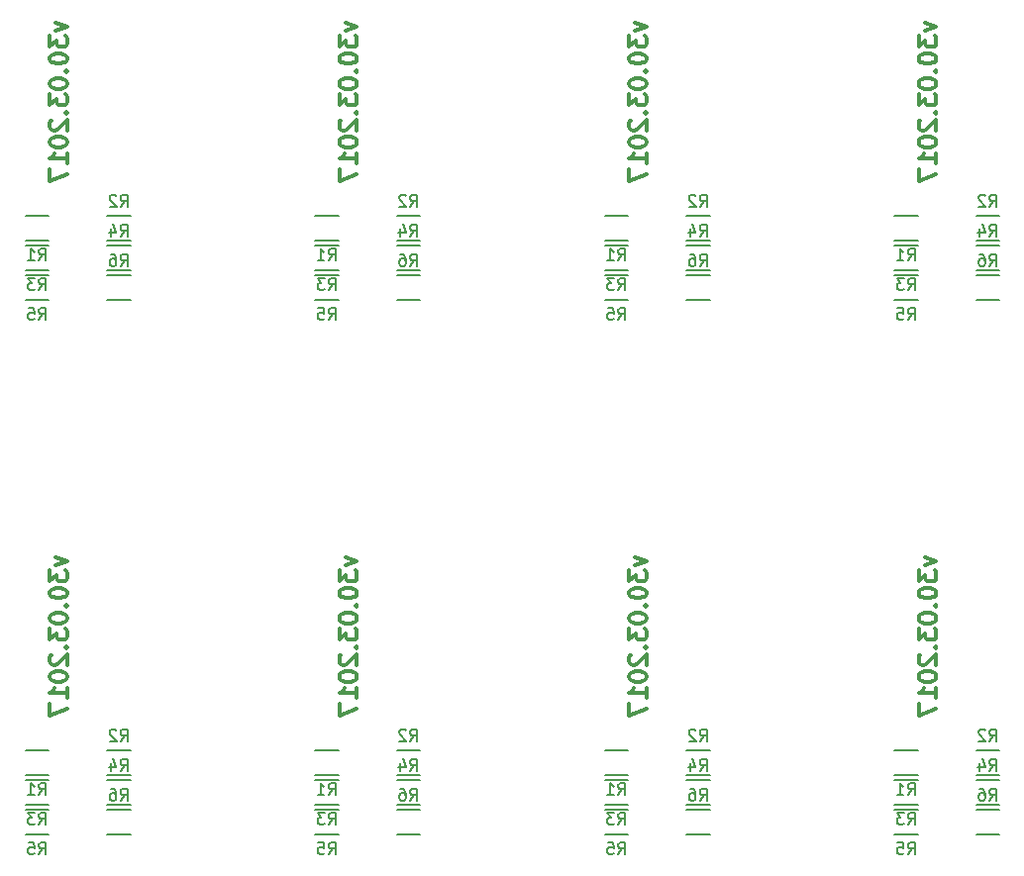
<source format=gbo>
G04 #@! TF.FileFunction,Legend,Bot*
%FSLAX46Y46*%
G04 Gerber Fmt 4.6, Leading zero omitted, Abs format (unit mm)*
G04 Created by KiCad (PCBNEW 4.0.5+dfsg1-4) date Thu Mar 30 08:58:49 2017*
%MOMM*%
%LPD*%
G01*
G04 APERTURE LIST*
%ADD10C,0.100000*%
%ADD11C,0.300000*%
%ADD12C,0.150000*%
G04 APERTURE END LIST*
D10*
D11*
X179383571Y-84654288D02*
X180383571Y-85011431D01*
X179383571Y-85368573D01*
X178883571Y-85797145D02*
X178883571Y-86725716D01*
X179455000Y-86225716D01*
X179455000Y-86440002D01*
X179526429Y-86582859D01*
X179597857Y-86654288D01*
X179740714Y-86725716D01*
X180097857Y-86725716D01*
X180240714Y-86654288D01*
X180312143Y-86582859D01*
X180383571Y-86440002D01*
X180383571Y-86011430D01*
X180312143Y-85868573D01*
X180240714Y-85797145D01*
X178883571Y-87654287D02*
X178883571Y-87797144D01*
X178955000Y-87940001D01*
X179026429Y-88011430D01*
X179169286Y-88082859D01*
X179455000Y-88154287D01*
X179812143Y-88154287D01*
X180097857Y-88082859D01*
X180240714Y-88011430D01*
X180312143Y-87940001D01*
X180383571Y-87797144D01*
X180383571Y-87654287D01*
X180312143Y-87511430D01*
X180240714Y-87440001D01*
X180097857Y-87368573D01*
X179812143Y-87297144D01*
X179455000Y-87297144D01*
X179169286Y-87368573D01*
X179026429Y-87440001D01*
X178955000Y-87511430D01*
X178883571Y-87654287D01*
X180240714Y-88797144D02*
X180312143Y-88868572D01*
X180383571Y-88797144D01*
X180312143Y-88725715D01*
X180240714Y-88797144D01*
X180383571Y-88797144D01*
X178883571Y-89797144D02*
X178883571Y-89940001D01*
X178955000Y-90082858D01*
X179026429Y-90154287D01*
X179169286Y-90225716D01*
X179455000Y-90297144D01*
X179812143Y-90297144D01*
X180097857Y-90225716D01*
X180240714Y-90154287D01*
X180312143Y-90082858D01*
X180383571Y-89940001D01*
X180383571Y-89797144D01*
X180312143Y-89654287D01*
X180240714Y-89582858D01*
X180097857Y-89511430D01*
X179812143Y-89440001D01*
X179455000Y-89440001D01*
X179169286Y-89511430D01*
X179026429Y-89582858D01*
X178955000Y-89654287D01*
X178883571Y-89797144D01*
X178883571Y-90797144D02*
X178883571Y-91725715D01*
X179455000Y-91225715D01*
X179455000Y-91440001D01*
X179526429Y-91582858D01*
X179597857Y-91654287D01*
X179740714Y-91725715D01*
X180097857Y-91725715D01*
X180240714Y-91654287D01*
X180312143Y-91582858D01*
X180383571Y-91440001D01*
X180383571Y-91011429D01*
X180312143Y-90868572D01*
X180240714Y-90797144D01*
X180240714Y-92368572D02*
X180312143Y-92440000D01*
X180383571Y-92368572D01*
X180312143Y-92297143D01*
X180240714Y-92368572D01*
X180383571Y-92368572D01*
X179026429Y-93011429D02*
X178955000Y-93082858D01*
X178883571Y-93225715D01*
X178883571Y-93582858D01*
X178955000Y-93725715D01*
X179026429Y-93797144D01*
X179169286Y-93868572D01*
X179312143Y-93868572D01*
X179526429Y-93797144D01*
X180383571Y-92940001D01*
X180383571Y-93868572D01*
X178883571Y-94797143D02*
X178883571Y-94940000D01*
X178955000Y-95082857D01*
X179026429Y-95154286D01*
X179169286Y-95225715D01*
X179455000Y-95297143D01*
X179812143Y-95297143D01*
X180097857Y-95225715D01*
X180240714Y-95154286D01*
X180312143Y-95082857D01*
X180383571Y-94940000D01*
X180383571Y-94797143D01*
X180312143Y-94654286D01*
X180240714Y-94582857D01*
X180097857Y-94511429D01*
X179812143Y-94440000D01*
X179455000Y-94440000D01*
X179169286Y-94511429D01*
X179026429Y-94582857D01*
X178955000Y-94654286D01*
X178883571Y-94797143D01*
X180383571Y-96725714D02*
X180383571Y-95868571D01*
X180383571Y-96297143D02*
X178883571Y-96297143D01*
X179097857Y-96154286D01*
X179240714Y-96011428D01*
X179312143Y-95868571D01*
X178883571Y-97225714D02*
X178883571Y-98225714D01*
X180383571Y-97582857D01*
X204148571Y-84654288D02*
X205148571Y-85011431D01*
X204148571Y-85368573D01*
X203648571Y-85797145D02*
X203648571Y-86725716D01*
X204220000Y-86225716D01*
X204220000Y-86440002D01*
X204291429Y-86582859D01*
X204362857Y-86654288D01*
X204505714Y-86725716D01*
X204862857Y-86725716D01*
X205005714Y-86654288D01*
X205077143Y-86582859D01*
X205148571Y-86440002D01*
X205148571Y-86011430D01*
X205077143Y-85868573D01*
X205005714Y-85797145D01*
X203648571Y-87654287D02*
X203648571Y-87797144D01*
X203720000Y-87940001D01*
X203791429Y-88011430D01*
X203934286Y-88082859D01*
X204220000Y-88154287D01*
X204577143Y-88154287D01*
X204862857Y-88082859D01*
X205005714Y-88011430D01*
X205077143Y-87940001D01*
X205148571Y-87797144D01*
X205148571Y-87654287D01*
X205077143Y-87511430D01*
X205005714Y-87440001D01*
X204862857Y-87368573D01*
X204577143Y-87297144D01*
X204220000Y-87297144D01*
X203934286Y-87368573D01*
X203791429Y-87440001D01*
X203720000Y-87511430D01*
X203648571Y-87654287D01*
X205005714Y-88797144D02*
X205077143Y-88868572D01*
X205148571Y-88797144D01*
X205077143Y-88725715D01*
X205005714Y-88797144D01*
X205148571Y-88797144D01*
X203648571Y-89797144D02*
X203648571Y-89940001D01*
X203720000Y-90082858D01*
X203791429Y-90154287D01*
X203934286Y-90225716D01*
X204220000Y-90297144D01*
X204577143Y-90297144D01*
X204862857Y-90225716D01*
X205005714Y-90154287D01*
X205077143Y-90082858D01*
X205148571Y-89940001D01*
X205148571Y-89797144D01*
X205077143Y-89654287D01*
X205005714Y-89582858D01*
X204862857Y-89511430D01*
X204577143Y-89440001D01*
X204220000Y-89440001D01*
X203934286Y-89511430D01*
X203791429Y-89582858D01*
X203720000Y-89654287D01*
X203648571Y-89797144D01*
X203648571Y-90797144D02*
X203648571Y-91725715D01*
X204220000Y-91225715D01*
X204220000Y-91440001D01*
X204291429Y-91582858D01*
X204362857Y-91654287D01*
X204505714Y-91725715D01*
X204862857Y-91725715D01*
X205005714Y-91654287D01*
X205077143Y-91582858D01*
X205148571Y-91440001D01*
X205148571Y-91011429D01*
X205077143Y-90868572D01*
X205005714Y-90797144D01*
X205005714Y-92368572D02*
X205077143Y-92440000D01*
X205148571Y-92368572D01*
X205077143Y-92297143D01*
X205005714Y-92368572D01*
X205148571Y-92368572D01*
X203791429Y-93011429D02*
X203720000Y-93082858D01*
X203648571Y-93225715D01*
X203648571Y-93582858D01*
X203720000Y-93725715D01*
X203791429Y-93797144D01*
X203934286Y-93868572D01*
X204077143Y-93868572D01*
X204291429Y-93797144D01*
X205148571Y-92940001D01*
X205148571Y-93868572D01*
X203648571Y-94797143D02*
X203648571Y-94940000D01*
X203720000Y-95082857D01*
X203791429Y-95154286D01*
X203934286Y-95225715D01*
X204220000Y-95297143D01*
X204577143Y-95297143D01*
X204862857Y-95225715D01*
X205005714Y-95154286D01*
X205077143Y-95082857D01*
X205148571Y-94940000D01*
X205148571Y-94797143D01*
X205077143Y-94654286D01*
X205005714Y-94582857D01*
X204862857Y-94511429D01*
X204577143Y-94440000D01*
X204220000Y-94440000D01*
X203934286Y-94511429D01*
X203791429Y-94582857D01*
X203720000Y-94654286D01*
X203648571Y-94797143D01*
X205148571Y-96725714D02*
X205148571Y-95868571D01*
X205148571Y-96297143D02*
X203648571Y-96297143D01*
X203862857Y-96154286D01*
X204005714Y-96011428D01*
X204077143Y-95868571D01*
X203648571Y-97225714D02*
X203648571Y-98225714D01*
X205148571Y-97582857D01*
X253678571Y-84654288D02*
X254678571Y-85011431D01*
X253678571Y-85368573D01*
X253178571Y-85797145D02*
X253178571Y-86725716D01*
X253750000Y-86225716D01*
X253750000Y-86440002D01*
X253821429Y-86582859D01*
X253892857Y-86654288D01*
X254035714Y-86725716D01*
X254392857Y-86725716D01*
X254535714Y-86654288D01*
X254607143Y-86582859D01*
X254678571Y-86440002D01*
X254678571Y-86011430D01*
X254607143Y-85868573D01*
X254535714Y-85797145D01*
X253178571Y-87654287D02*
X253178571Y-87797144D01*
X253250000Y-87940001D01*
X253321429Y-88011430D01*
X253464286Y-88082859D01*
X253750000Y-88154287D01*
X254107143Y-88154287D01*
X254392857Y-88082859D01*
X254535714Y-88011430D01*
X254607143Y-87940001D01*
X254678571Y-87797144D01*
X254678571Y-87654287D01*
X254607143Y-87511430D01*
X254535714Y-87440001D01*
X254392857Y-87368573D01*
X254107143Y-87297144D01*
X253750000Y-87297144D01*
X253464286Y-87368573D01*
X253321429Y-87440001D01*
X253250000Y-87511430D01*
X253178571Y-87654287D01*
X254535714Y-88797144D02*
X254607143Y-88868572D01*
X254678571Y-88797144D01*
X254607143Y-88725715D01*
X254535714Y-88797144D01*
X254678571Y-88797144D01*
X253178571Y-89797144D02*
X253178571Y-89940001D01*
X253250000Y-90082858D01*
X253321429Y-90154287D01*
X253464286Y-90225716D01*
X253750000Y-90297144D01*
X254107143Y-90297144D01*
X254392857Y-90225716D01*
X254535714Y-90154287D01*
X254607143Y-90082858D01*
X254678571Y-89940001D01*
X254678571Y-89797144D01*
X254607143Y-89654287D01*
X254535714Y-89582858D01*
X254392857Y-89511430D01*
X254107143Y-89440001D01*
X253750000Y-89440001D01*
X253464286Y-89511430D01*
X253321429Y-89582858D01*
X253250000Y-89654287D01*
X253178571Y-89797144D01*
X253178571Y-90797144D02*
X253178571Y-91725715D01*
X253750000Y-91225715D01*
X253750000Y-91440001D01*
X253821429Y-91582858D01*
X253892857Y-91654287D01*
X254035714Y-91725715D01*
X254392857Y-91725715D01*
X254535714Y-91654287D01*
X254607143Y-91582858D01*
X254678571Y-91440001D01*
X254678571Y-91011429D01*
X254607143Y-90868572D01*
X254535714Y-90797144D01*
X254535714Y-92368572D02*
X254607143Y-92440000D01*
X254678571Y-92368572D01*
X254607143Y-92297143D01*
X254535714Y-92368572D01*
X254678571Y-92368572D01*
X253321429Y-93011429D02*
X253250000Y-93082858D01*
X253178571Y-93225715D01*
X253178571Y-93582858D01*
X253250000Y-93725715D01*
X253321429Y-93797144D01*
X253464286Y-93868572D01*
X253607143Y-93868572D01*
X253821429Y-93797144D01*
X254678571Y-92940001D01*
X254678571Y-93868572D01*
X253178571Y-94797143D02*
X253178571Y-94940000D01*
X253250000Y-95082857D01*
X253321429Y-95154286D01*
X253464286Y-95225715D01*
X253750000Y-95297143D01*
X254107143Y-95297143D01*
X254392857Y-95225715D01*
X254535714Y-95154286D01*
X254607143Y-95082857D01*
X254678571Y-94940000D01*
X254678571Y-94797143D01*
X254607143Y-94654286D01*
X254535714Y-94582857D01*
X254392857Y-94511429D01*
X254107143Y-94440000D01*
X253750000Y-94440000D01*
X253464286Y-94511429D01*
X253321429Y-94582857D01*
X253250000Y-94654286D01*
X253178571Y-94797143D01*
X254678571Y-96725714D02*
X254678571Y-95868571D01*
X254678571Y-96297143D02*
X253178571Y-96297143D01*
X253392857Y-96154286D01*
X253535714Y-96011428D01*
X253607143Y-95868571D01*
X253178571Y-97225714D02*
X253178571Y-98225714D01*
X254678571Y-97582857D01*
X228913571Y-84654288D02*
X229913571Y-85011431D01*
X228913571Y-85368573D01*
X228413571Y-85797145D02*
X228413571Y-86725716D01*
X228985000Y-86225716D01*
X228985000Y-86440002D01*
X229056429Y-86582859D01*
X229127857Y-86654288D01*
X229270714Y-86725716D01*
X229627857Y-86725716D01*
X229770714Y-86654288D01*
X229842143Y-86582859D01*
X229913571Y-86440002D01*
X229913571Y-86011430D01*
X229842143Y-85868573D01*
X229770714Y-85797145D01*
X228413571Y-87654287D02*
X228413571Y-87797144D01*
X228485000Y-87940001D01*
X228556429Y-88011430D01*
X228699286Y-88082859D01*
X228985000Y-88154287D01*
X229342143Y-88154287D01*
X229627857Y-88082859D01*
X229770714Y-88011430D01*
X229842143Y-87940001D01*
X229913571Y-87797144D01*
X229913571Y-87654287D01*
X229842143Y-87511430D01*
X229770714Y-87440001D01*
X229627857Y-87368573D01*
X229342143Y-87297144D01*
X228985000Y-87297144D01*
X228699286Y-87368573D01*
X228556429Y-87440001D01*
X228485000Y-87511430D01*
X228413571Y-87654287D01*
X229770714Y-88797144D02*
X229842143Y-88868572D01*
X229913571Y-88797144D01*
X229842143Y-88725715D01*
X229770714Y-88797144D01*
X229913571Y-88797144D01*
X228413571Y-89797144D02*
X228413571Y-89940001D01*
X228485000Y-90082858D01*
X228556429Y-90154287D01*
X228699286Y-90225716D01*
X228985000Y-90297144D01*
X229342143Y-90297144D01*
X229627857Y-90225716D01*
X229770714Y-90154287D01*
X229842143Y-90082858D01*
X229913571Y-89940001D01*
X229913571Y-89797144D01*
X229842143Y-89654287D01*
X229770714Y-89582858D01*
X229627857Y-89511430D01*
X229342143Y-89440001D01*
X228985000Y-89440001D01*
X228699286Y-89511430D01*
X228556429Y-89582858D01*
X228485000Y-89654287D01*
X228413571Y-89797144D01*
X228413571Y-90797144D02*
X228413571Y-91725715D01*
X228985000Y-91225715D01*
X228985000Y-91440001D01*
X229056429Y-91582858D01*
X229127857Y-91654287D01*
X229270714Y-91725715D01*
X229627857Y-91725715D01*
X229770714Y-91654287D01*
X229842143Y-91582858D01*
X229913571Y-91440001D01*
X229913571Y-91011429D01*
X229842143Y-90868572D01*
X229770714Y-90797144D01*
X229770714Y-92368572D02*
X229842143Y-92440000D01*
X229913571Y-92368572D01*
X229842143Y-92297143D01*
X229770714Y-92368572D01*
X229913571Y-92368572D01*
X228556429Y-93011429D02*
X228485000Y-93082858D01*
X228413571Y-93225715D01*
X228413571Y-93582858D01*
X228485000Y-93725715D01*
X228556429Y-93797144D01*
X228699286Y-93868572D01*
X228842143Y-93868572D01*
X229056429Y-93797144D01*
X229913571Y-92940001D01*
X229913571Y-93868572D01*
X228413571Y-94797143D02*
X228413571Y-94940000D01*
X228485000Y-95082857D01*
X228556429Y-95154286D01*
X228699286Y-95225715D01*
X228985000Y-95297143D01*
X229342143Y-95297143D01*
X229627857Y-95225715D01*
X229770714Y-95154286D01*
X229842143Y-95082857D01*
X229913571Y-94940000D01*
X229913571Y-94797143D01*
X229842143Y-94654286D01*
X229770714Y-94582857D01*
X229627857Y-94511429D01*
X229342143Y-94440000D01*
X228985000Y-94440000D01*
X228699286Y-94511429D01*
X228556429Y-94582857D01*
X228485000Y-94654286D01*
X228413571Y-94797143D01*
X229913571Y-96725714D02*
X229913571Y-95868571D01*
X229913571Y-96297143D02*
X228413571Y-96297143D01*
X228627857Y-96154286D01*
X228770714Y-96011428D01*
X228842143Y-95868571D01*
X228413571Y-97225714D02*
X228413571Y-98225714D01*
X229913571Y-97582857D01*
X228913571Y-38934288D02*
X229913571Y-39291431D01*
X228913571Y-39648573D01*
X228413571Y-40077145D02*
X228413571Y-41005716D01*
X228985000Y-40505716D01*
X228985000Y-40720002D01*
X229056429Y-40862859D01*
X229127857Y-40934288D01*
X229270714Y-41005716D01*
X229627857Y-41005716D01*
X229770714Y-40934288D01*
X229842143Y-40862859D01*
X229913571Y-40720002D01*
X229913571Y-40291430D01*
X229842143Y-40148573D01*
X229770714Y-40077145D01*
X228413571Y-41934287D02*
X228413571Y-42077144D01*
X228485000Y-42220001D01*
X228556429Y-42291430D01*
X228699286Y-42362859D01*
X228985000Y-42434287D01*
X229342143Y-42434287D01*
X229627857Y-42362859D01*
X229770714Y-42291430D01*
X229842143Y-42220001D01*
X229913571Y-42077144D01*
X229913571Y-41934287D01*
X229842143Y-41791430D01*
X229770714Y-41720001D01*
X229627857Y-41648573D01*
X229342143Y-41577144D01*
X228985000Y-41577144D01*
X228699286Y-41648573D01*
X228556429Y-41720001D01*
X228485000Y-41791430D01*
X228413571Y-41934287D01*
X229770714Y-43077144D02*
X229842143Y-43148572D01*
X229913571Y-43077144D01*
X229842143Y-43005715D01*
X229770714Y-43077144D01*
X229913571Y-43077144D01*
X228413571Y-44077144D02*
X228413571Y-44220001D01*
X228485000Y-44362858D01*
X228556429Y-44434287D01*
X228699286Y-44505716D01*
X228985000Y-44577144D01*
X229342143Y-44577144D01*
X229627857Y-44505716D01*
X229770714Y-44434287D01*
X229842143Y-44362858D01*
X229913571Y-44220001D01*
X229913571Y-44077144D01*
X229842143Y-43934287D01*
X229770714Y-43862858D01*
X229627857Y-43791430D01*
X229342143Y-43720001D01*
X228985000Y-43720001D01*
X228699286Y-43791430D01*
X228556429Y-43862858D01*
X228485000Y-43934287D01*
X228413571Y-44077144D01*
X228413571Y-45077144D02*
X228413571Y-46005715D01*
X228985000Y-45505715D01*
X228985000Y-45720001D01*
X229056429Y-45862858D01*
X229127857Y-45934287D01*
X229270714Y-46005715D01*
X229627857Y-46005715D01*
X229770714Y-45934287D01*
X229842143Y-45862858D01*
X229913571Y-45720001D01*
X229913571Y-45291429D01*
X229842143Y-45148572D01*
X229770714Y-45077144D01*
X229770714Y-46648572D02*
X229842143Y-46720000D01*
X229913571Y-46648572D01*
X229842143Y-46577143D01*
X229770714Y-46648572D01*
X229913571Y-46648572D01*
X228556429Y-47291429D02*
X228485000Y-47362858D01*
X228413571Y-47505715D01*
X228413571Y-47862858D01*
X228485000Y-48005715D01*
X228556429Y-48077144D01*
X228699286Y-48148572D01*
X228842143Y-48148572D01*
X229056429Y-48077144D01*
X229913571Y-47220001D01*
X229913571Y-48148572D01*
X228413571Y-49077143D02*
X228413571Y-49220000D01*
X228485000Y-49362857D01*
X228556429Y-49434286D01*
X228699286Y-49505715D01*
X228985000Y-49577143D01*
X229342143Y-49577143D01*
X229627857Y-49505715D01*
X229770714Y-49434286D01*
X229842143Y-49362857D01*
X229913571Y-49220000D01*
X229913571Y-49077143D01*
X229842143Y-48934286D01*
X229770714Y-48862857D01*
X229627857Y-48791429D01*
X229342143Y-48720000D01*
X228985000Y-48720000D01*
X228699286Y-48791429D01*
X228556429Y-48862857D01*
X228485000Y-48934286D01*
X228413571Y-49077143D01*
X229913571Y-51005714D02*
X229913571Y-50148571D01*
X229913571Y-50577143D02*
X228413571Y-50577143D01*
X228627857Y-50434286D01*
X228770714Y-50291428D01*
X228842143Y-50148571D01*
X228413571Y-51505714D02*
X228413571Y-52505714D01*
X229913571Y-51862857D01*
X253678571Y-38934288D02*
X254678571Y-39291431D01*
X253678571Y-39648573D01*
X253178571Y-40077145D02*
X253178571Y-41005716D01*
X253750000Y-40505716D01*
X253750000Y-40720002D01*
X253821429Y-40862859D01*
X253892857Y-40934288D01*
X254035714Y-41005716D01*
X254392857Y-41005716D01*
X254535714Y-40934288D01*
X254607143Y-40862859D01*
X254678571Y-40720002D01*
X254678571Y-40291430D01*
X254607143Y-40148573D01*
X254535714Y-40077145D01*
X253178571Y-41934287D02*
X253178571Y-42077144D01*
X253250000Y-42220001D01*
X253321429Y-42291430D01*
X253464286Y-42362859D01*
X253750000Y-42434287D01*
X254107143Y-42434287D01*
X254392857Y-42362859D01*
X254535714Y-42291430D01*
X254607143Y-42220001D01*
X254678571Y-42077144D01*
X254678571Y-41934287D01*
X254607143Y-41791430D01*
X254535714Y-41720001D01*
X254392857Y-41648573D01*
X254107143Y-41577144D01*
X253750000Y-41577144D01*
X253464286Y-41648573D01*
X253321429Y-41720001D01*
X253250000Y-41791430D01*
X253178571Y-41934287D01*
X254535714Y-43077144D02*
X254607143Y-43148572D01*
X254678571Y-43077144D01*
X254607143Y-43005715D01*
X254535714Y-43077144D01*
X254678571Y-43077144D01*
X253178571Y-44077144D02*
X253178571Y-44220001D01*
X253250000Y-44362858D01*
X253321429Y-44434287D01*
X253464286Y-44505716D01*
X253750000Y-44577144D01*
X254107143Y-44577144D01*
X254392857Y-44505716D01*
X254535714Y-44434287D01*
X254607143Y-44362858D01*
X254678571Y-44220001D01*
X254678571Y-44077144D01*
X254607143Y-43934287D01*
X254535714Y-43862858D01*
X254392857Y-43791430D01*
X254107143Y-43720001D01*
X253750000Y-43720001D01*
X253464286Y-43791430D01*
X253321429Y-43862858D01*
X253250000Y-43934287D01*
X253178571Y-44077144D01*
X253178571Y-45077144D02*
X253178571Y-46005715D01*
X253750000Y-45505715D01*
X253750000Y-45720001D01*
X253821429Y-45862858D01*
X253892857Y-45934287D01*
X254035714Y-46005715D01*
X254392857Y-46005715D01*
X254535714Y-45934287D01*
X254607143Y-45862858D01*
X254678571Y-45720001D01*
X254678571Y-45291429D01*
X254607143Y-45148572D01*
X254535714Y-45077144D01*
X254535714Y-46648572D02*
X254607143Y-46720000D01*
X254678571Y-46648572D01*
X254607143Y-46577143D01*
X254535714Y-46648572D01*
X254678571Y-46648572D01*
X253321429Y-47291429D02*
X253250000Y-47362858D01*
X253178571Y-47505715D01*
X253178571Y-47862858D01*
X253250000Y-48005715D01*
X253321429Y-48077144D01*
X253464286Y-48148572D01*
X253607143Y-48148572D01*
X253821429Y-48077144D01*
X254678571Y-47220001D01*
X254678571Y-48148572D01*
X253178571Y-49077143D02*
X253178571Y-49220000D01*
X253250000Y-49362857D01*
X253321429Y-49434286D01*
X253464286Y-49505715D01*
X253750000Y-49577143D01*
X254107143Y-49577143D01*
X254392857Y-49505715D01*
X254535714Y-49434286D01*
X254607143Y-49362857D01*
X254678571Y-49220000D01*
X254678571Y-49077143D01*
X254607143Y-48934286D01*
X254535714Y-48862857D01*
X254392857Y-48791429D01*
X254107143Y-48720000D01*
X253750000Y-48720000D01*
X253464286Y-48791429D01*
X253321429Y-48862857D01*
X253250000Y-48934286D01*
X253178571Y-49077143D01*
X254678571Y-51005714D02*
X254678571Y-50148571D01*
X254678571Y-50577143D02*
X253178571Y-50577143D01*
X253392857Y-50434286D01*
X253535714Y-50291428D01*
X253607143Y-50148571D01*
X253178571Y-51505714D02*
X253178571Y-52505714D01*
X254678571Y-51862857D01*
X204148571Y-38934288D02*
X205148571Y-39291431D01*
X204148571Y-39648573D01*
X203648571Y-40077145D02*
X203648571Y-41005716D01*
X204220000Y-40505716D01*
X204220000Y-40720002D01*
X204291429Y-40862859D01*
X204362857Y-40934288D01*
X204505714Y-41005716D01*
X204862857Y-41005716D01*
X205005714Y-40934288D01*
X205077143Y-40862859D01*
X205148571Y-40720002D01*
X205148571Y-40291430D01*
X205077143Y-40148573D01*
X205005714Y-40077145D01*
X203648571Y-41934287D02*
X203648571Y-42077144D01*
X203720000Y-42220001D01*
X203791429Y-42291430D01*
X203934286Y-42362859D01*
X204220000Y-42434287D01*
X204577143Y-42434287D01*
X204862857Y-42362859D01*
X205005714Y-42291430D01*
X205077143Y-42220001D01*
X205148571Y-42077144D01*
X205148571Y-41934287D01*
X205077143Y-41791430D01*
X205005714Y-41720001D01*
X204862857Y-41648573D01*
X204577143Y-41577144D01*
X204220000Y-41577144D01*
X203934286Y-41648573D01*
X203791429Y-41720001D01*
X203720000Y-41791430D01*
X203648571Y-41934287D01*
X205005714Y-43077144D02*
X205077143Y-43148572D01*
X205148571Y-43077144D01*
X205077143Y-43005715D01*
X205005714Y-43077144D01*
X205148571Y-43077144D01*
X203648571Y-44077144D02*
X203648571Y-44220001D01*
X203720000Y-44362858D01*
X203791429Y-44434287D01*
X203934286Y-44505716D01*
X204220000Y-44577144D01*
X204577143Y-44577144D01*
X204862857Y-44505716D01*
X205005714Y-44434287D01*
X205077143Y-44362858D01*
X205148571Y-44220001D01*
X205148571Y-44077144D01*
X205077143Y-43934287D01*
X205005714Y-43862858D01*
X204862857Y-43791430D01*
X204577143Y-43720001D01*
X204220000Y-43720001D01*
X203934286Y-43791430D01*
X203791429Y-43862858D01*
X203720000Y-43934287D01*
X203648571Y-44077144D01*
X203648571Y-45077144D02*
X203648571Y-46005715D01*
X204220000Y-45505715D01*
X204220000Y-45720001D01*
X204291429Y-45862858D01*
X204362857Y-45934287D01*
X204505714Y-46005715D01*
X204862857Y-46005715D01*
X205005714Y-45934287D01*
X205077143Y-45862858D01*
X205148571Y-45720001D01*
X205148571Y-45291429D01*
X205077143Y-45148572D01*
X205005714Y-45077144D01*
X205005714Y-46648572D02*
X205077143Y-46720000D01*
X205148571Y-46648572D01*
X205077143Y-46577143D01*
X205005714Y-46648572D01*
X205148571Y-46648572D01*
X203791429Y-47291429D02*
X203720000Y-47362858D01*
X203648571Y-47505715D01*
X203648571Y-47862858D01*
X203720000Y-48005715D01*
X203791429Y-48077144D01*
X203934286Y-48148572D01*
X204077143Y-48148572D01*
X204291429Y-48077144D01*
X205148571Y-47220001D01*
X205148571Y-48148572D01*
X203648571Y-49077143D02*
X203648571Y-49220000D01*
X203720000Y-49362857D01*
X203791429Y-49434286D01*
X203934286Y-49505715D01*
X204220000Y-49577143D01*
X204577143Y-49577143D01*
X204862857Y-49505715D01*
X205005714Y-49434286D01*
X205077143Y-49362857D01*
X205148571Y-49220000D01*
X205148571Y-49077143D01*
X205077143Y-48934286D01*
X205005714Y-48862857D01*
X204862857Y-48791429D01*
X204577143Y-48720000D01*
X204220000Y-48720000D01*
X203934286Y-48791429D01*
X203791429Y-48862857D01*
X203720000Y-48934286D01*
X203648571Y-49077143D01*
X205148571Y-51005714D02*
X205148571Y-50148571D01*
X205148571Y-50577143D02*
X203648571Y-50577143D01*
X203862857Y-50434286D01*
X204005714Y-50291428D01*
X204077143Y-50148571D01*
X203648571Y-51505714D02*
X203648571Y-52505714D01*
X205148571Y-51862857D01*
X179383571Y-38934288D02*
X180383571Y-39291431D01*
X179383571Y-39648573D01*
X178883571Y-40077145D02*
X178883571Y-41005716D01*
X179455000Y-40505716D01*
X179455000Y-40720002D01*
X179526429Y-40862859D01*
X179597857Y-40934288D01*
X179740714Y-41005716D01*
X180097857Y-41005716D01*
X180240714Y-40934288D01*
X180312143Y-40862859D01*
X180383571Y-40720002D01*
X180383571Y-40291430D01*
X180312143Y-40148573D01*
X180240714Y-40077145D01*
X178883571Y-41934287D02*
X178883571Y-42077144D01*
X178955000Y-42220001D01*
X179026429Y-42291430D01*
X179169286Y-42362859D01*
X179455000Y-42434287D01*
X179812143Y-42434287D01*
X180097857Y-42362859D01*
X180240714Y-42291430D01*
X180312143Y-42220001D01*
X180383571Y-42077144D01*
X180383571Y-41934287D01*
X180312143Y-41791430D01*
X180240714Y-41720001D01*
X180097857Y-41648573D01*
X179812143Y-41577144D01*
X179455000Y-41577144D01*
X179169286Y-41648573D01*
X179026429Y-41720001D01*
X178955000Y-41791430D01*
X178883571Y-41934287D01*
X180240714Y-43077144D02*
X180312143Y-43148572D01*
X180383571Y-43077144D01*
X180312143Y-43005715D01*
X180240714Y-43077144D01*
X180383571Y-43077144D01*
X178883571Y-44077144D02*
X178883571Y-44220001D01*
X178955000Y-44362858D01*
X179026429Y-44434287D01*
X179169286Y-44505716D01*
X179455000Y-44577144D01*
X179812143Y-44577144D01*
X180097857Y-44505716D01*
X180240714Y-44434287D01*
X180312143Y-44362858D01*
X180383571Y-44220001D01*
X180383571Y-44077144D01*
X180312143Y-43934287D01*
X180240714Y-43862858D01*
X180097857Y-43791430D01*
X179812143Y-43720001D01*
X179455000Y-43720001D01*
X179169286Y-43791430D01*
X179026429Y-43862858D01*
X178955000Y-43934287D01*
X178883571Y-44077144D01*
X178883571Y-45077144D02*
X178883571Y-46005715D01*
X179455000Y-45505715D01*
X179455000Y-45720001D01*
X179526429Y-45862858D01*
X179597857Y-45934287D01*
X179740714Y-46005715D01*
X180097857Y-46005715D01*
X180240714Y-45934287D01*
X180312143Y-45862858D01*
X180383571Y-45720001D01*
X180383571Y-45291429D01*
X180312143Y-45148572D01*
X180240714Y-45077144D01*
X180240714Y-46648572D02*
X180312143Y-46720000D01*
X180383571Y-46648572D01*
X180312143Y-46577143D01*
X180240714Y-46648572D01*
X180383571Y-46648572D01*
X179026429Y-47291429D02*
X178955000Y-47362858D01*
X178883571Y-47505715D01*
X178883571Y-47862858D01*
X178955000Y-48005715D01*
X179026429Y-48077144D01*
X179169286Y-48148572D01*
X179312143Y-48148572D01*
X179526429Y-48077144D01*
X180383571Y-47220001D01*
X180383571Y-48148572D01*
X178883571Y-49077143D02*
X178883571Y-49220000D01*
X178955000Y-49362857D01*
X179026429Y-49434286D01*
X179169286Y-49505715D01*
X179455000Y-49577143D01*
X179812143Y-49577143D01*
X180097857Y-49505715D01*
X180240714Y-49434286D01*
X180312143Y-49362857D01*
X180383571Y-49220000D01*
X180383571Y-49077143D01*
X180312143Y-48934286D01*
X180240714Y-48862857D01*
X180097857Y-48791429D01*
X179812143Y-48720000D01*
X179455000Y-48720000D01*
X179169286Y-48791429D01*
X179026429Y-48862857D01*
X178955000Y-48934286D01*
X178883571Y-49077143D01*
X180383571Y-51005714D02*
X180383571Y-50148571D01*
X180383571Y-50577143D02*
X178883571Y-50577143D01*
X179097857Y-50434286D01*
X179240714Y-50291428D01*
X179312143Y-50148571D01*
X178883571Y-51505714D02*
X178883571Y-52505714D01*
X180383571Y-51862857D01*
D12*
X183785000Y-108390000D02*
X185785000Y-108390000D01*
X185785000Y-106240000D02*
X183785000Y-106240000D01*
X178800000Y-106240000D02*
X176800000Y-106240000D01*
X176800000Y-108390000D02*
X178800000Y-108390000D01*
X183785000Y-105850000D02*
X185785000Y-105850000D01*
X185785000Y-103700000D02*
X183785000Y-103700000D01*
X178800000Y-103700000D02*
X176800000Y-103700000D01*
X176800000Y-105850000D02*
X178800000Y-105850000D01*
X183785000Y-103310000D02*
X185785000Y-103310000D01*
X185785000Y-101160000D02*
X183785000Y-101160000D01*
X178800000Y-101160000D02*
X176800000Y-101160000D01*
X176800000Y-103310000D02*
X178800000Y-103310000D01*
X203565000Y-101160000D02*
X201565000Y-101160000D01*
X201565000Y-103310000D02*
X203565000Y-103310000D01*
X208550000Y-103310000D02*
X210550000Y-103310000D01*
X210550000Y-101160000D02*
X208550000Y-101160000D01*
X203565000Y-103700000D02*
X201565000Y-103700000D01*
X201565000Y-105850000D02*
X203565000Y-105850000D01*
X208550000Y-105850000D02*
X210550000Y-105850000D01*
X210550000Y-103700000D02*
X208550000Y-103700000D01*
X203565000Y-106240000D02*
X201565000Y-106240000D01*
X201565000Y-108390000D02*
X203565000Y-108390000D01*
X208550000Y-108390000D02*
X210550000Y-108390000D01*
X210550000Y-106240000D02*
X208550000Y-106240000D01*
X258080000Y-108390000D02*
X260080000Y-108390000D01*
X260080000Y-106240000D02*
X258080000Y-106240000D01*
X253095000Y-106240000D02*
X251095000Y-106240000D01*
X251095000Y-108390000D02*
X253095000Y-108390000D01*
X258080000Y-105850000D02*
X260080000Y-105850000D01*
X260080000Y-103700000D02*
X258080000Y-103700000D01*
X253095000Y-103700000D02*
X251095000Y-103700000D01*
X251095000Y-105850000D02*
X253095000Y-105850000D01*
X258080000Y-103310000D02*
X260080000Y-103310000D01*
X260080000Y-101160000D02*
X258080000Y-101160000D01*
X253095000Y-101160000D02*
X251095000Y-101160000D01*
X251095000Y-103310000D02*
X253095000Y-103310000D01*
X228330000Y-101160000D02*
X226330000Y-101160000D01*
X226330000Y-103310000D02*
X228330000Y-103310000D01*
X233315000Y-103310000D02*
X235315000Y-103310000D01*
X235315000Y-101160000D02*
X233315000Y-101160000D01*
X228330000Y-103700000D02*
X226330000Y-103700000D01*
X226330000Y-105850000D02*
X228330000Y-105850000D01*
X233315000Y-105850000D02*
X235315000Y-105850000D01*
X235315000Y-103700000D02*
X233315000Y-103700000D01*
X228330000Y-106240000D02*
X226330000Y-106240000D01*
X226330000Y-108390000D02*
X228330000Y-108390000D01*
X233315000Y-108390000D02*
X235315000Y-108390000D01*
X235315000Y-106240000D02*
X233315000Y-106240000D01*
X233315000Y-62670000D02*
X235315000Y-62670000D01*
X235315000Y-60520000D02*
X233315000Y-60520000D01*
X228330000Y-60520000D02*
X226330000Y-60520000D01*
X226330000Y-62670000D02*
X228330000Y-62670000D01*
X233315000Y-60130000D02*
X235315000Y-60130000D01*
X235315000Y-57980000D02*
X233315000Y-57980000D01*
X228330000Y-57980000D02*
X226330000Y-57980000D01*
X226330000Y-60130000D02*
X228330000Y-60130000D01*
X233315000Y-57590000D02*
X235315000Y-57590000D01*
X235315000Y-55440000D02*
X233315000Y-55440000D01*
X228330000Y-55440000D02*
X226330000Y-55440000D01*
X226330000Y-57590000D02*
X228330000Y-57590000D01*
X253095000Y-55440000D02*
X251095000Y-55440000D01*
X251095000Y-57590000D02*
X253095000Y-57590000D01*
X258080000Y-57590000D02*
X260080000Y-57590000D01*
X260080000Y-55440000D02*
X258080000Y-55440000D01*
X253095000Y-57980000D02*
X251095000Y-57980000D01*
X251095000Y-60130000D02*
X253095000Y-60130000D01*
X258080000Y-60130000D02*
X260080000Y-60130000D01*
X260080000Y-57980000D02*
X258080000Y-57980000D01*
X253095000Y-60520000D02*
X251095000Y-60520000D01*
X251095000Y-62670000D02*
X253095000Y-62670000D01*
X258080000Y-62670000D02*
X260080000Y-62670000D01*
X260080000Y-60520000D02*
X258080000Y-60520000D01*
X208550000Y-62670000D02*
X210550000Y-62670000D01*
X210550000Y-60520000D02*
X208550000Y-60520000D01*
X203565000Y-60520000D02*
X201565000Y-60520000D01*
X201565000Y-62670000D02*
X203565000Y-62670000D01*
X208550000Y-60130000D02*
X210550000Y-60130000D01*
X210550000Y-57980000D02*
X208550000Y-57980000D01*
X203565000Y-57980000D02*
X201565000Y-57980000D01*
X201565000Y-60130000D02*
X203565000Y-60130000D01*
X208550000Y-57590000D02*
X210550000Y-57590000D01*
X210550000Y-55440000D02*
X208550000Y-55440000D01*
X203565000Y-55440000D02*
X201565000Y-55440000D01*
X201565000Y-57590000D02*
X203565000Y-57590000D01*
X178800000Y-55440000D02*
X176800000Y-55440000D01*
X176800000Y-57590000D02*
X178800000Y-57590000D01*
X183785000Y-57590000D02*
X185785000Y-57590000D01*
X185785000Y-55440000D02*
X183785000Y-55440000D01*
X178800000Y-57980000D02*
X176800000Y-57980000D01*
X176800000Y-60130000D02*
X178800000Y-60130000D01*
X183785000Y-60130000D02*
X185785000Y-60130000D01*
X185785000Y-57980000D02*
X183785000Y-57980000D01*
X178800000Y-60520000D02*
X176800000Y-60520000D01*
X176800000Y-62670000D02*
X178800000Y-62670000D01*
X183785000Y-62670000D02*
X185785000Y-62670000D01*
X185785000Y-60520000D02*
X183785000Y-60520000D01*
X184951666Y-105467381D02*
X185285000Y-104991190D01*
X185523095Y-105467381D02*
X185523095Y-104467381D01*
X185142142Y-104467381D01*
X185046904Y-104515000D01*
X184999285Y-104562619D01*
X184951666Y-104657857D01*
X184951666Y-104800714D01*
X184999285Y-104895952D01*
X185046904Y-104943571D01*
X185142142Y-104991190D01*
X185523095Y-104991190D01*
X184094523Y-104467381D02*
X184285000Y-104467381D01*
X184380238Y-104515000D01*
X184427857Y-104562619D01*
X184523095Y-104705476D01*
X184570714Y-104895952D01*
X184570714Y-105276905D01*
X184523095Y-105372143D01*
X184475476Y-105419762D01*
X184380238Y-105467381D01*
X184189761Y-105467381D01*
X184094523Y-105419762D01*
X184046904Y-105372143D01*
X183999285Y-105276905D01*
X183999285Y-105038810D01*
X184046904Y-104943571D01*
X184094523Y-104895952D01*
X184189761Y-104848333D01*
X184380238Y-104848333D01*
X184475476Y-104895952D01*
X184523095Y-104943571D01*
X184570714Y-105038810D01*
X177966666Y-110067381D02*
X178300000Y-109591190D01*
X178538095Y-110067381D02*
X178538095Y-109067381D01*
X178157142Y-109067381D01*
X178061904Y-109115000D01*
X178014285Y-109162619D01*
X177966666Y-109257857D01*
X177966666Y-109400714D01*
X178014285Y-109495952D01*
X178061904Y-109543571D01*
X178157142Y-109591190D01*
X178538095Y-109591190D01*
X177061904Y-109067381D02*
X177538095Y-109067381D01*
X177585714Y-109543571D01*
X177538095Y-109495952D01*
X177442857Y-109448333D01*
X177204761Y-109448333D01*
X177109523Y-109495952D01*
X177061904Y-109543571D01*
X177014285Y-109638810D01*
X177014285Y-109876905D01*
X177061904Y-109972143D01*
X177109523Y-110019762D01*
X177204761Y-110067381D01*
X177442857Y-110067381D01*
X177538095Y-110019762D01*
X177585714Y-109972143D01*
X184951666Y-102927381D02*
X185285000Y-102451190D01*
X185523095Y-102927381D02*
X185523095Y-101927381D01*
X185142142Y-101927381D01*
X185046904Y-101975000D01*
X184999285Y-102022619D01*
X184951666Y-102117857D01*
X184951666Y-102260714D01*
X184999285Y-102355952D01*
X185046904Y-102403571D01*
X185142142Y-102451190D01*
X185523095Y-102451190D01*
X184094523Y-102260714D02*
X184094523Y-102927381D01*
X184332619Y-101879762D02*
X184570714Y-102594048D01*
X183951666Y-102594048D01*
X177966666Y-107527381D02*
X178300000Y-107051190D01*
X178538095Y-107527381D02*
X178538095Y-106527381D01*
X178157142Y-106527381D01*
X178061904Y-106575000D01*
X178014285Y-106622619D01*
X177966666Y-106717857D01*
X177966666Y-106860714D01*
X178014285Y-106955952D01*
X178061904Y-107003571D01*
X178157142Y-107051190D01*
X178538095Y-107051190D01*
X177633333Y-106527381D02*
X177014285Y-106527381D01*
X177347619Y-106908333D01*
X177204761Y-106908333D01*
X177109523Y-106955952D01*
X177061904Y-107003571D01*
X177014285Y-107098810D01*
X177014285Y-107336905D01*
X177061904Y-107432143D01*
X177109523Y-107479762D01*
X177204761Y-107527381D01*
X177490476Y-107527381D01*
X177585714Y-107479762D01*
X177633333Y-107432143D01*
X184951666Y-100387381D02*
X185285000Y-99911190D01*
X185523095Y-100387381D02*
X185523095Y-99387381D01*
X185142142Y-99387381D01*
X185046904Y-99435000D01*
X184999285Y-99482619D01*
X184951666Y-99577857D01*
X184951666Y-99720714D01*
X184999285Y-99815952D01*
X185046904Y-99863571D01*
X185142142Y-99911190D01*
X185523095Y-99911190D01*
X184570714Y-99482619D02*
X184523095Y-99435000D01*
X184427857Y-99387381D01*
X184189761Y-99387381D01*
X184094523Y-99435000D01*
X184046904Y-99482619D01*
X183999285Y-99577857D01*
X183999285Y-99673095D01*
X184046904Y-99815952D01*
X184618333Y-100387381D01*
X183999285Y-100387381D01*
X177966666Y-104987381D02*
X178300000Y-104511190D01*
X178538095Y-104987381D02*
X178538095Y-103987381D01*
X178157142Y-103987381D01*
X178061904Y-104035000D01*
X178014285Y-104082619D01*
X177966666Y-104177857D01*
X177966666Y-104320714D01*
X178014285Y-104415952D01*
X178061904Y-104463571D01*
X178157142Y-104511190D01*
X178538095Y-104511190D01*
X177014285Y-104987381D02*
X177585714Y-104987381D01*
X177300000Y-104987381D02*
X177300000Y-103987381D01*
X177395238Y-104130238D01*
X177490476Y-104225476D01*
X177585714Y-104273095D01*
X202731666Y-104987381D02*
X203065000Y-104511190D01*
X203303095Y-104987381D02*
X203303095Y-103987381D01*
X202922142Y-103987381D01*
X202826904Y-104035000D01*
X202779285Y-104082619D01*
X202731666Y-104177857D01*
X202731666Y-104320714D01*
X202779285Y-104415952D01*
X202826904Y-104463571D01*
X202922142Y-104511190D01*
X203303095Y-104511190D01*
X201779285Y-104987381D02*
X202350714Y-104987381D01*
X202065000Y-104987381D02*
X202065000Y-103987381D01*
X202160238Y-104130238D01*
X202255476Y-104225476D01*
X202350714Y-104273095D01*
X209716666Y-100387381D02*
X210050000Y-99911190D01*
X210288095Y-100387381D02*
X210288095Y-99387381D01*
X209907142Y-99387381D01*
X209811904Y-99435000D01*
X209764285Y-99482619D01*
X209716666Y-99577857D01*
X209716666Y-99720714D01*
X209764285Y-99815952D01*
X209811904Y-99863571D01*
X209907142Y-99911190D01*
X210288095Y-99911190D01*
X209335714Y-99482619D02*
X209288095Y-99435000D01*
X209192857Y-99387381D01*
X208954761Y-99387381D01*
X208859523Y-99435000D01*
X208811904Y-99482619D01*
X208764285Y-99577857D01*
X208764285Y-99673095D01*
X208811904Y-99815952D01*
X209383333Y-100387381D01*
X208764285Y-100387381D01*
X202731666Y-107527381D02*
X203065000Y-107051190D01*
X203303095Y-107527381D02*
X203303095Y-106527381D01*
X202922142Y-106527381D01*
X202826904Y-106575000D01*
X202779285Y-106622619D01*
X202731666Y-106717857D01*
X202731666Y-106860714D01*
X202779285Y-106955952D01*
X202826904Y-107003571D01*
X202922142Y-107051190D01*
X203303095Y-107051190D01*
X202398333Y-106527381D02*
X201779285Y-106527381D01*
X202112619Y-106908333D01*
X201969761Y-106908333D01*
X201874523Y-106955952D01*
X201826904Y-107003571D01*
X201779285Y-107098810D01*
X201779285Y-107336905D01*
X201826904Y-107432143D01*
X201874523Y-107479762D01*
X201969761Y-107527381D01*
X202255476Y-107527381D01*
X202350714Y-107479762D01*
X202398333Y-107432143D01*
X209716666Y-102927381D02*
X210050000Y-102451190D01*
X210288095Y-102927381D02*
X210288095Y-101927381D01*
X209907142Y-101927381D01*
X209811904Y-101975000D01*
X209764285Y-102022619D01*
X209716666Y-102117857D01*
X209716666Y-102260714D01*
X209764285Y-102355952D01*
X209811904Y-102403571D01*
X209907142Y-102451190D01*
X210288095Y-102451190D01*
X208859523Y-102260714D02*
X208859523Y-102927381D01*
X209097619Y-101879762D02*
X209335714Y-102594048D01*
X208716666Y-102594048D01*
X202731666Y-110067381D02*
X203065000Y-109591190D01*
X203303095Y-110067381D02*
X203303095Y-109067381D01*
X202922142Y-109067381D01*
X202826904Y-109115000D01*
X202779285Y-109162619D01*
X202731666Y-109257857D01*
X202731666Y-109400714D01*
X202779285Y-109495952D01*
X202826904Y-109543571D01*
X202922142Y-109591190D01*
X203303095Y-109591190D01*
X201826904Y-109067381D02*
X202303095Y-109067381D01*
X202350714Y-109543571D01*
X202303095Y-109495952D01*
X202207857Y-109448333D01*
X201969761Y-109448333D01*
X201874523Y-109495952D01*
X201826904Y-109543571D01*
X201779285Y-109638810D01*
X201779285Y-109876905D01*
X201826904Y-109972143D01*
X201874523Y-110019762D01*
X201969761Y-110067381D01*
X202207857Y-110067381D01*
X202303095Y-110019762D01*
X202350714Y-109972143D01*
X209716666Y-105467381D02*
X210050000Y-104991190D01*
X210288095Y-105467381D02*
X210288095Y-104467381D01*
X209907142Y-104467381D01*
X209811904Y-104515000D01*
X209764285Y-104562619D01*
X209716666Y-104657857D01*
X209716666Y-104800714D01*
X209764285Y-104895952D01*
X209811904Y-104943571D01*
X209907142Y-104991190D01*
X210288095Y-104991190D01*
X208859523Y-104467381D02*
X209050000Y-104467381D01*
X209145238Y-104515000D01*
X209192857Y-104562619D01*
X209288095Y-104705476D01*
X209335714Y-104895952D01*
X209335714Y-105276905D01*
X209288095Y-105372143D01*
X209240476Y-105419762D01*
X209145238Y-105467381D01*
X208954761Y-105467381D01*
X208859523Y-105419762D01*
X208811904Y-105372143D01*
X208764285Y-105276905D01*
X208764285Y-105038810D01*
X208811904Y-104943571D01*
X208859523Y-104895952D01*
X208954761Y-104848333D01*
X209145238Y-104848333D01*
X209240476Y-104895952D01*
X209288095Y-104943571D01*
X209335714Y-105038810D01*
X259246666Y-105467381D02*
X259580000Y-104991190D01*
X259818095Y-105467381D02*
X259818095Y-104467381D01*
X259437142Y-104467381D01*
X259341904Y-104515000D01*
X259294285Y-104562619D01*
X259246666Y-104657857D01*
X259246666Y-104800714D01*
X259294285Y-104895952D01*
X259341904Y-104943571D01*
X259437142Y-104991190D01*
X259818095Y-104991190D01*
X258389523Y-104467381D02*
X258580000Y-104467381D01*
X258675238Y-104515000D01*
X258722857Y-104562619D01*
X258818095Y-104705476D01*
X258865714Y-104895952D01*
X258865714Y-105276905D01*
X258818095Y-105372143D01*
X258770476Y-105419762D01*
X258675238Y-105467381D01*
X258484761Y-105467381D01*
X258389523Y-105419762D01*
X258341904Y-105372143D01*
X258294285Y-105276905D01*
X258294285Y-105038810D01*
X258341904Y-104943571D01*
X258389523Y-104895952D01*
X258484761Y-104848333D01*
X258675238Y-104848333D01*
X258770476Y-104895952D01*
X258818095Y-104943571D01*
X258865714Y-105038810D01*
X252261666Y-110067381D02*
X252595000Y-109591190D01*
X252833095Y-110067381D02*
X252833095Y-109067381D01*
X252452142Y-109067381D01*
X252356904Y-109115000D01*
X252309285Y-109162619D01*
X252261666Y-109257857D01*
X252261666Y-109400714D01*
X252309285Y-109495952D01*
X252356904Y-109543571D01*
X252452142Y-109591190D01*
X252833095Y-109591190D01*
X251356904Y-109067381D02*
X251833095Y-109067381D01*
X251880714Y-109543571D01*
X251833095Y-109495952D01*
X251737857Y-109448333D01*
X251499761Y-109448333D01*
X251404523Y-109495952D01*
X251356904Y-109543571D01*
X251309285Y-109638810D01*
X251309285Y-109876905D01*
X251356904Y-109972143D01*
X251404523Y-110019762D01*
X251499761Y-110067381D01*
X251737857Y-110067381D01*
X251833095Y-110019762D01*
X251880714Y-109972143D01*
X259246666Y-102927381D02*
X259580000Y-102451190D01*
X259818095Y-102927381D02*
X259818095Y-101927381D01*
X259437142Y-101927381D01*
X259341904Y-101975000D01*
X259294285Y-102022619D01*
X259246666Y-102117857D01*
X259246666Y-102260714D01*
X259294285Y-102355952D01*
X259341904Y-102403571D01*
X259437142Y-102451190D01*
X259818095Y-102451190D01*
X258389523Y-102260714D02*
X258389523Y-102927381D01*
X258627619Y-101879762D02*
X258865714Y-102594048D01*
X258246666Y-102594048D01*
X252261666Y-107527381D02*
X252595000Y-107051190D01*
X252833095Y-107527381D02*
X252833095Y-106527381D01*
X252452142Y-106527381D01*
X252356904Y-106575000D01*
X252309285Y-106622619D01*
X252261666Y-106717857D01*
X252261666Y-106860714D01*
X252309285Y-106955952D01*
X252356904Y-107003571D01*
X252452142Y-107051190D01*
X252833095Y-107051190D01*
X251928333Y-106527381D02*
X251309285Y-106527381D01*
X251642619Y-106908333D01*
X251499761Y-106908333D01*
X251404523Y-106955952D01*
X251356904Y-107003571D01*
X251309285Y-107098810D01*
X251309285Y-107336905D01*
X251356904Y-107432143D01*
X251404523Y-107479762D01*
X251499761Y-107527381D01*
X251785476Y-107527381D01*
X251880714Y-107479762D01*
X251928333Y-107432143D01*
X259246666Y-100387381D02*
X259580000Y-99911190D01*
X259818095Y-100387381D02*
X259818095Y-99387381D01*
X259437142Y-99387381D01*
X259341904Y-99435000D01*
X259294285Y-99482619D01*
X259246666Y-99577857D01*
X259246666Y-99720714D01*
X259294285Y-99815952D01*
X259341904Y-99863571D01*
X259437142Y-99911190D01*
X259818095Y-99911190D01*
X258865714Y-99482619D02*
X258818095Y-99435000D01*
X258722857Y-99387381D01*
X258484761Y-99387381D01*
X258389523Y-99435000D01*
X258341904Y-99482619D01*
X258294285Y-99577857D01*
X258294285Y-99673095D01*
X258341904Y-99815952D01*
X258913333Y-100387381D01*
X258294285Y-100387381D01*
X252261666Y-104987381D02*
X252595000Y-104511190D01*
X252833095Y-104987381D02*
X252833095Y-103987381D01*
X252452142Y-103987381D01*
X252356904Y-104035000D01*
X252309285Y-104082619D01*
X252261666Y-104177857D01*
X252261666Y-104320714D01*
X252309285Y-104415952D01*
X252356904Y-104463571D01*
X252452142Y-104511190D01*
X252833095Y-104511190D01*
X251309285Y-104987381D02*
X251880714Y-104987381D01*
X251595000Y-104987381D02*
X251595000Y-103987381D01*
X251690238Y-104130238D01*
X251785476Y-104225476D01*
X251880714Y-104273095D01*
X227496666Y-104987381D02*
X227830000Y-104511190D01*
X228068095Y-104987381D02*
X228068095Y-103987381D01*
X227687142Y-103987381D01*
X227591904Y-104035000D01*
X227544285Y-104082619D01*
X227496666Y-104177857D01*
X227496666Y-104320714D01*
X227544285Y-104415952D01*
X227591904Y-104463571D01*
X227687142Y-104511190D01*
X228068095Y-104511190D01*
X226544285Y-104987381D02*
X227115714Y-104987381D01*
X226830000Y-104987381D02*
X226830000Y-103987381D01*
X226925238Y-104130238D01*
X227020476Y-104225476D01*
X227115714Y-104273095D01*
X234481666Y-100387381D02*
X234815000Y-99911190D01*
X235053095Y-100387381D02*
X235053095Y-99387381D01*
X234672142Y-99387381D01*
X234576904Y-99435000D01*
X234529285Y-99482619D01*
X234481666Y-99577857D01*
X234481666Y-99720714D01*
X234529285Y-99815952D01*
X234576904Y-99863571D01*
X234672142Y-99911190D01*
X235053095Y-99911190D01*
X234100714Y-99482619D02*
X234053095Y-99435000D01*
X233957857Y-99387381D01*
X233719761Y-99387381D01*
X233624523Y-99435000D01*
X233576904Y-99482619D01*
X233529285Y-99577857D01*
X233529285Y-99673095D01*
X233576904Y-99815952D01*
X234148333Y-100387381D01*
X233529285Y-100387381D01*
X227496666Y-107527381D02*
X227830000Y-107051190D01*
X228068095Y-107527381D02*
X228068095Y-106527381D01*
X227687142Y-106527381D01*
X227591904Y-106575000D01*
X227544285Y-106622619D01*
X227496666Y-106717857D01*
X227496666Y-106860714D01*
X227544285Y-106955952D01*
X227591904Y-107003571D01*
X227687142Y-107051190D01*
X228068095Y-107051190D01*
X227163333Y-106527381D02*
X226544285Y-106527381D01*
X226877619Y-106908333D01*
X226734761Y-106908333D01*
X226639523Y-106955952D01*
X226591904Y-107003571D01*
X226544285Y-107098810D01*
X226544285Y-107336905D01*
X226591904Y-107432143D01*
X226639523Y-107479762D01*
X226734761Y-107527381D01*
X227020476Y-107527381D01*
X227115714Y-107479762D01*
X227163333Y-107432143D01*
X234481666Y-102927381D02*
X234815000Y-102451190D01*
X235053095Y-102927381D02*
X235053095Y-101927381D01*
X234672142Y-101927381D01*
X234576904Y-101975000D01*
X234529285Y-102022619D01*
X234481666Y-102117857D01*
X234481666Y-102260714D01*
X234529285Y-102355952D01*
X234576904Y-102403571D01*
X234672142Y-102451190D01*
X235053095Y-102451190D01*
X233624523Y-102260714D02*
X233624523Y-102927381D01*
X233862619Y-101879762D02*
X234100714Y-102594048D01*
X233481666Y-102594048D01*
X227496666Y-110067381D02*
X227830000Y-109591190D01*
X228068095Y-110067381D02*
X228068095Y-109067381D01*
X227687142Y-109067381D01*
X227591904Y-109115000D01*
X227544285Y-109162619D01*
X227496666Y-109257857D01*
X227496666Y-109400714D01*
X227544285Y-109495952D01*
X227591904Y-109543571D01*
X227687142Y-109591190D01*
X228068095Y-109591190D01*
X226591904Y-109067381D02*
X227068095Y-109067381D01*
X227115714Y-109543571D01*
X227068095Y-109495952D01*
X226972857Y-109448333D01*
X226734761Y-109448333D01*
X226639523Y-109495952D01*
X226591904Y-109543571D01*
X226544285Y-109638810D01*
X226544285Y-109876905D01*
X226591904Y-109972143D01*
X226639523Y-110019762D01*
X226734761Y-110067381D01*
X226972857Y-110067381D01*
X227068095Y-110019762D01*
X227115714Y-109972143D01*
X234481666Y-105467381D02*
X234815000Y-104991190D01*
X235053095Y-105467381D02*
X235053095Y-104467381D01*
X234672142Y-104467381D01*
X234576904Y-104515000D01*
X234529285Y-104562619D01*
X234481666Y-104657857D01*
X234481666Y-104800714D01*
X234529285Y-104895952D01*
X234576904Y-104943571D01*
X234672142Y-104991190D01*
X235053095Y-104991190D01*
X233624523Y-104467381D02*
X233815000Y-104467381D01*
X233910238Y-104515000D01*
X233957857Y-104562619D01*
X234053095Y-104705476D01*
X234100714Y-104895952D01*
X234100714Y-105276905D01*
X234053095Y-105372143D01*
X234005476Y-105419762D01*
X233910238Y-105467381D01*
X233719761Y-105467381D01*
X233624523Y-105419762D01*
X233576904Y-105372143D01*
X233529285Y-105276905D01*
X233529285Y-105038810D01*
X233576904Y-104943571D01*
X233624523Y-104895952D01*
X233719761Y-104848333D01*
X233910238Y-104848333D01*
X234005476Y-104895952D01*
X234053095Y-104943571D01*
X234100714Y-105038810D01*
X234481666Y-59747381D02*
X234815000Y-59271190D01*
X235053095Y-59747381D02*
X235053095Y-58747381D01*
X234672142Y-58747381D01*
X234576904Y-58795000D01*
X234529285Y-58842619D01*
X234481666Y-58937857D01*
X234481666Y-59080714D01*
X234529285Y-59175952D01*
X234576904Y-59223571D01*
X234672142Y-59271190D01*
X235053095Y-59271190D01*
X233624523Y-58747381D02*
X233815000Y-58747381D01*
X233910238Y-58795000D01*
X233957857Y-58842619D01*
X234053095Y-58985476D01*
X234100714Y-59175952D01*
X234100714Y-59556905D01*
X234053095Y-59652143D01*
X234005476Y-59699762D01*
X233910238Y-59747381D01*
X233719761Y-59747381D01*
X233624523Y-59699762D01*
X233576904Y-59652143D01*
X233529285Y-59556905D01*
X233529285Y-59318810D01*
X233576904Y-59223571D01*
X233624523Y-59175952D01*
X233719761Y-59128333D01*
X233910238Y-59128333D01*
X234005476Y-59175952D01*
X234053095Y-59223571D01*
X234100714Y-59318810D01*
X227496666Y-64347381D02*
X227830000Y-63871190D01*
X228068095Y-64347381D02*
X228068095Y-63347381D01*
X227687142Y-63347381D01*
X227591904Y-63395000D01*
X227544285Y-63442619D01*
X227496666Y-63537857D01*
X227496666Y-63680714D01*
X227544285Y-63775952D01*
X227591904Y-63823571D01*
X227687142Y-63871190D01*
X228068095Y-63871190D01*
X226591904Y-63347381D02*
X227068095Y-63347381D01*
X227115714Y-63823571D01*
X227068095Y-63775952D01*
X226972857Y-63728333D01*
X226734761Y-63728333D01*
X226639523Y-63775952D01*
X226591904Y-63823571D01*
X226544285Y-63918810D01*
X226544285Y-64156905D01*
X226591904Y-64252143D01*
X226639523Y-64299762D01*
X226734761Y-64347381D01*
X226972857Y-64347381D01*
X227068095Y-64299762D01*
X227115714Y-64252143D01*
X234481666Y-57207381D02*
X234815000Y-56731190D01*
X235053095Y-57207381D02*
X235053095Y-56207381D01*
X234672142Y-56207381D01*
X234576904Y-56255000D01*
X234529285Y-56302619D01*
X234481666Y-56397857D01*
X234481666Y-56540714D01*
X234529285Y-56635952D01*
X234576904Y-56683571D01*
X234672142Y-56731190D01*
X235053095Y-56731190D01*
X233624523Y-56540714D02*
X233624523Y-57207381D01*
X233862619Y-56159762D02*
X234100714Y-56874048D01*
X233481666Y-56874048D01*
X227496666Y-61807381D02*
X227830000Y-61331190D01*
X228068095Y-61807381D02*
X228068095Y-60807381D01*
X227687142Y-60807381D01*
X227591904Y-60855000D01*
X227544285Y-60902619D01*
X227496666Y-60997857D01*
X227496666Y-61140714D01*
X227544285Y-61235952D01*
X227591904Y-61283571D01*
X227687142Y-61331190D01*
X228068095Y-61331190D01*
X227163333Y-60807381D02*
X226544285Y-60807381D01*
X226877619Y-61188333D01*
X226734761Y-61188333D01*
X226639523Y-61235952D01*
X226591904Y-61283571D01*
X226544285Y-61378810D01*
X226544285Y-61616905D01*
X226591904Y-61712143D01*
X226639523Y-61759762D01*
X226734761Y-61807381D01*
X227020476Y-61807381D01*
X227115714Y-61759762D01*
X227163333Y-61712143D01*
X234481666Y-54667381D02*
X234815000Y-54191190D01*
X235053095Y-54667381D02*
X235053095Y-53667381D01*
X234672142Y-53667381D01*
X234576904Y-53715000D01*
X234529285Y-53762619D01*
X234481666Y-53857857D01*
X234481666Y-54000714D01*
X234529285Y-54095952D01*
X234576904Y-54143571D01*
X234672142Y-54191190D01*
X235053095Y-54191190D01*
X234100714Y-53762619D02*
X234053095Y-53715000D01*
X233957857Y-53667381D01*
X233719761Y-53667381D01*
X233624523Y-53715000D01*
X233576904Y-53762619D01*
X233529285Y-53857857D01*
X233529285Y-53953095D01*
X233576904Y-54095952D01*
X234148333Y-54667381D01*
X233529285Y-54667381D01*
X227496666Y-59267381D02*
X227830000Y-58791190D01*
X228068095Y-59267381D02*
X228068095Y-58267381D01*
X227687142Y-58267381D01*
X227591904Y-58315000D01*
X227544285Y-58362619D01*
X227496666Y-58457857D01*
X227496666Y-58600714D01*
X227544285Y-58695952D01*
X227591904Y-58743571D01*
X227687142Y-58791190D01*
X228068095Y-58791190D01*
X226544285Y-59267381D02*
X227115714Y-59267381D01*
X226830000Y-59267381D02*
X226830000Y-58267381D01*
X226925238Y-58410238D01*
X227020476Y-58505476D01*
X227115714Y-58553095D01*
X252261666Y-59267381D02*
X252595000Y-58791190D01*
X252833095Y-59267381D02*
X252833095Y-58267381D01*
X252452142Y-58267381D01*
X252356904Y-58315000D01*
X252309285Y-58362619D01*
X252261666Y-58457857D01*
X252261666Y-58600714D01*
X252309285Y-58695952D01*
X252356904Y-58743571D01*
X252452142Y-58791190D01*
X252833095Y-58791190D01*
X251309285Y-59267381D02*
X251880714Y-59267381D01*
X251595000Y-59267381D02*
X251595000Y-58267381D01*
X251690238Y-58410238D01*
X251785476Y-58505476D01*
X251880714Y-58553095D01*
X259246666Y-54667381D02*
X259580000Y-54191190D01*
X259818095Y-54667381D02*
X259818095Y-53667381D01*
X259437142Y-53667381D01*
X259341904Y-53715000D01*
X259294285Y-53762619D01*
X259246666Y-53857857D01*
X259246666Y-54000714D01*
X259294285Y-54095952D01*
X259341904Y-54143571D01*
X259437142Y-54191190D01*
X259818095Y-54191190D01*
X258865714Y-53762619D02*
X258818095Y-53715000D01*
X258722857Y-53667381D01*
X258484761Y-53667381D01*
X258389523Y-53715000D01*
X258341904Y-53762619D01*
X258294285Y-53857857D01*
X258294285Y-53953095D01*
X258341904Y-54095952D01*
X258913333Y-54667381D01*
X258294285Y-54667381D01*
X252261666Y-61807381D02*
X252595000Y-61331190D01*
X252833095Y-61807381D02*
X252833095Y-60807381D01*
X252452142Y-60807381D01*
X252356904Y-60855000D01*
X252309285Y-60902619D01*
X252261666Y-60997857D01*
X252261666Y-61140714D01*
X252309285Y-61235952D01*
X252356904Y-61283571D01*
X252452142Y-61331190D01*
X252833095Y-61331190D01*
X251928333Y-60807381D02*
X251309285Y-60807381D01*
X251642619Y-61188333D01*
X251499761Y-61188333D01*
X251404523Y-61235952D01*
X251356904Y-61283571D01*
X251309285Y-61378810D01*
X251309285Y-61616905D01*
X251356904Y-61712143D01*
X251404523Y-61759762D01*
X251499761Y-61807381D01*
X251785476Y-61807381D01*
X251880714Y-61759762D01*
X251928333Y-61712143D01*
X259246666Y-57207381D02*
X259580000Y-56731190D01*
X259818095Y-57207381D02*
X259818095Y-56207381D01*
X259437142Y-56207381D01*
X259341904Y-56255000D01*
X259294285Y-56302619D01*
X259246666Y-56397857D01*
X259246666Y-56540714D01*
X259294285Y-56635952D01*
X259341904Y-56683571D01*
X259437142Y-56731190D01*
X259818095Y-56731190D01*
X258389523Y-56540714D02*
X258389523Y-57207381D01*
X258627619Y-56159762D02*
X258865714Y-56874048D01*
X258246666Y-56874048D01*
X252261666Y-64347381D02*
X252595000Y-63871190D01*
X252833095Y-64347381D02*
X252833095Y-63347381D01*
X252452142Y-63347381D01*
X252356904Y-63395000D01*
X252309285Y-63442619D01*
X252261666Y-63537857D01*
X252261666Y-63680714D01*
X252309285Y-63775952D01*
X252356904Y-63823571D01*
X252452142Y-63871190D01*
X252833095Y-63871190D01*
X251356904Y-63347381D02*
X251833095Y-63347381D01*
X251880714Y-63823571D01*
X251833095Y-63775952D01*
X251737857Y-63728333D01*
X251499761Y-63728333D01*
X251404523Y-63775952D01*
X251356904Y-63823571D01*
X251309285Y-63918810D01*
X251309285Y-64156905D01*
X251356904Y-64252143D01*
X251404523Y-64299762D01*
X251499761Y-64347381D01*
X251737857Y-64347381D01*
X251833095Y-64299762D01*
X251880714Y-64252143D01*
X259246666Y-59747381D02*
X259580000Y-59271190D01*
X259818095Y-59747381D02*
X259818095Y-58747381D01*
X259437142Y-58747381D01*
X259341904Y-58795000D01*
X259294285Y-58842619D01*
X259246666Y-58937857D01*
X259246666Y-59080714D01*
X259294285Y-59175952D01*
X259341904Y-59223571D01*
X259437142Y-59271190D01*
X259818095Y-59271190D01*
X258389523Y-58747381D02*
X258580000Y-58747381D01*
X258675238Y-58795000D01*
X258722857Y-58842619D01*
X258818095Y-58985476D01*
X258865714Y-59175952D01*
X258865714Y-59556905D01*
X258818095Y-59652143D01*
X258770476Y-59699762D01*
X258675238Y-59747381D01*
X258484761Y-59747381D01*
X258389523Y-59699762D01*
X258341904Y-59652143D01*
X258294285Y-59556905D01*
X258294285Y-59318810D01*
X258341904Y-59223571D01*
X258389523Y-59175952D01*
X258484761Y-59128333D01*
X258675238Y-59128333D01*
X258770476Y-59175952D01*
X258818095Y-59223571D01*
X258865714Y-59318810D01*
X209716666Y-59747381D02*
X210050000Y-59271190D01*
X210288095Y-59747381D02*
X210288095Y-58747381D01*
X209907142Y-58747381D01*
X209811904Y-58795000D01*
X209764285Y-58842619D01*
X209716666Y-58937857D01*
X209716666Y-59080714D01*
X209764285Y-59175952D01*
X209811904Y-59223571D01*
X209907142Y-59271190D01*
X210288095Y-59271190D01*
X208859523Y-58747381D02*
X209050000Y-58747381D01*
X209145238Y-58795000D01*
X209192857Y-58842619D01*
X209288095Y-58985476D01*
X209335714Y-59175952D01*
X209335714Y-59556905D01*
X209288095Y-59652143D01*
X209240476Y-59699762D01*
X209145238Y-59747381D01*
X208954761Y-59747381D01*
X208859523Y-59699762D01*
X208811904Y-59652143D01*
X208764285Y-59556905D01*
X208764285Y-59318810D01*
X208811904Y-59223571D01*
X208859523Y-59175952D01*
X208954761Y-59128333D01*
X209145238Y-59128333D01*
X209240476Y-59175952D01*
X209288095Y-59223571D01*
X209335714Y-59318810D01*
X202731666Y-64347381D02*
X203065000Y-63871190D01*
X203303095Y-64347381D02*
X203303095Y-63347381D01*
X202922142Y-63347381D01*
X202826904Y-63395000D01*
X202779285Y-63442619D01*
X202731666Y-63537857D01*
X202731666Y-63680714D01*
X202779285Y-63775952D01*
X202826904Y-63823571D01*
X202922142Y-63871190D01*
X203303095Y-63871190D01*
X201826904Y-63347381D02*
X202303095Y-63347381D01*
X202350714Y-63823571D01*
X202303095Y-63775952D01*
X202207857Y-63728333D01*
X201969761Y-63728333D01*
X201874523Y-63775952D01*
X201826904Y-63823571D01*
X201779285Y-63918810D01*
X201779285Y-64156905D01*
X201826904Y-64252143D01*
X201874523Y-64299762D01*
X201969761Y-64347381D01*
X202207857Y-64347381D01*
X202303095Y-64299762D01*
X202350714Y-64252143D01*
X209716666Y-57207381D02*
X210050000Y-56731190D01*
X210288095Y-57207381D02*
X210288095Y-56207381D01*
X209907142Y-56207381D01*
X209811904Y-56255000D01*
X209764285Y-56302619D01*
X209716666Y-56397857D01*
X209716666Y-56540714D01*
X209764285Y-56635952D01*
X209811904Y-56683571D01*
X209907142Y-56731190D01*
X210288095Y-56731190D01*
X208859523Y-56540714D02*
X208859523Y-57207381D01*
X209097619Y-56159762D02*
X209335714Y-56874048D01*
X208716666Y-56874048D01*
X202731666Y-61807381D02*
X203065000Y-61331190D01*
X203303095Y-61807381D02*
X203303095Y-60807381D01*
X202922142Y-60807381D01*
X202826904Y-60855000D01*
X202779285Y-60902619D01*
X202731666Y-60997857D01*
X202731666Y-61140714D01*
X202779285Y-61235952D01*
X202826904Y-61283571D01*
X202922142Y-61331190D01*
X203303095Y-61331190D01*
X202398333Y-60807381D02*
X201779285Y-60807381D01*
X202112619Y-61188333D01*
X201969761Y-61188333D01*
X201874523Y-61235952D01*
X201826904Y-61283571D01*
X201779285Y-61378810D01*
X201779285Y-61616905D01*
X201826904Y-61712143D01*
X201874523Y-61759762D01*
X201969761Y-61807381D01*
X202255476Y-61807381D01*
X202350714Y-61759762D01*
X202398333Y-61712143D01*
X209716666Y-54667381D02*
X210050000Y-54191190D01*
X210288095Y-54667381D02*
X210288095Y-53667381D01*
X209907142Y-53667381D01*
X209811904Y-53715000D01*
X209764285Y-53762619D01*
X209716666Y-53857857D01*
X209716666Y-54000714D01*
X209764285Y-54095952D01*
X209811904Y-54143571D01*
X209907142Y-54191190D01*
X210288095Y-54191190D01*
X209335714Y-53762619D02*
X209288095Y-53715000D01*
X209192857Y-53667381D01*
X208954761Y-53667381D01*
X208859523Y-53715000D01*
X208811904Y-53762619D01*
X208764285Y-53857857D01*
X208764285Y-53953095D01*
X208811904Y-54095952D01*
X209383333Y-54667381D01*
X208764285Y-54667381D01*
X202731666Y-59267381D02*
X203065000Y-58791190D01*
X203303095Y-59267381D02*
X203303095Y-58267381D01*
X202922142Y-58267381D01*
X202826904Y-58315000D01*
X202779285Y-58362619D01*
X202731666Y-58457857D01*
X202731666Y-58600714D01*
X202779285Y-58695952D01*
X202826904Y-58743571D01*
X202922142Y-58791190D01*
X203303095Y-58791190D01*
X201779285Y-59267381D02*
X202350714Y-59267381D01*
X202065000Y-59267381D02*
X202065000Y-58267381D01*
X202160238Y-58410238D01*
X202255476Y-58505476D01*
X202350714Y-58553095D01*
X177966666Y-59267381D02*
X178300000Y-58791190D01*
X178538095Y-59267381D02*
X178538095Y-58267381D01*
X178157142Y-58267381D01*
X178061904Y-58315000D01*
X178014285Y-58362619D01*
X177966666Y-58457857D01*
X177966666Y-58600714D01*
X178014285Y-58695952D01*
X178061904Y-58743571D01*
X178157142Y-58791190D01*
X178538095Y-58791190D01*
X177014285Y-59267381D02*
X177585714Y-59267381D01*
X177300000Y-59267381D02*
X177300000Y-58267381D01*
X177395238Y-58410238D01*
X177490476Y-58505476D01*
X177585714Y-58553095D01*
X184951666Y-54667381D02*
X185285000Y-54191190D01*
X185523095Y-54667381D02*
X185523095Y-53667381D01*
X185142142Y-53667381D01*
X185046904Y-53715000D01*
X184999285Y-53762619D01*
X184951666Y-53857857D01*
X184951666Y-54000714D01*
X184999285Y-54095952D01*
X185046904Y-54143571D01*
X185142142Y-54191190D01*
X185523095Y-54191190D01*
X184570714Y-53762619D02*
X184523095Y-53715000D01*
X184427857Y-53667381D01*
X184189761Y-53667381D01*
X184094523Y-53715000D01*
X184046904Y-53762619D01*
X183999285Y-53857857D01*
X183999285Y-53953095D01*
X184046904Y-54095952D01*
X184618333Y-54667381D01*
X183999285Y-54667381D01*
X177966666Y-61807381D02*
X178300000Y-61331190D01*
X178538095Y-61807381D02*
X178538095Y-60807381D01*
X178157142Y-60807381D01*
X178061904Y-60855000D01*
X178014285Y-60902619D01*
X177966666Y-60997857D01*
X177966666Y-61140714D01*
X178014285Y-61235952D01*
X178061904Y-61283571D01*
X178157142Y-61331190D01*
X178538095Y-61331190D01*
X177633333Y-60807381D02*
X177014285Y-60807381D01*
X177347619Y-61188333D01*
X177204761Y-61188333D01*
X177109523Y-61235952D01*
X177061904Y-61283571D01*
X177014285Y-61378810D01*
X177014285Y-61616905D01*
X177061904Y-61712143D01*
X177109523Y-61759762D01*
X177204761Y-61807381D01*
X177490476Y-61807381D01*
X177585714Y-61759762D01*
X177633333Y-61712143D01*
X184951666Y-57207381D02*
X185285000Y-56731190D01*
X185523095Y-57207381D02*
X185523095Y-56207381D01*
X185142142Y-56207381D01*
X185046904Y-56255000D01*
X184999285Y-56302619D01*
X184951666Y-56397857D01*
X184951666Y-56540714D01*
X184999285Y-56635952D01*
X185046904Y-56683571D01*
X185142142Y-56731190D01*
X185523095Y-56731190D01*
X184094523Y-56540714D02*
X184094523Y-57207381D01*
X184332619Y-56159762D02*
X184570714Y-56874048D01*
X183951666Y-56874048D01*
X177966666Y-64347381D02*
X178300000Y-63871190D01*
X178538095Y-64347381D02*
X178538095Y-63347381D01*
X178157142Y-63347381D01*
X178061904Y-63395000D01*
X178014285Y-63442619D01*
X177966666Y-63537857D01*
X177966666Y-63680714D01*
X178014285Y-63775952D01*
X178061904Y-63823571D01*
X178157142Y-63871190D01*
X178538095Y-63871190D01*
X177061904Y-63347381D02*
X177538095Y-63347381D01*
X177585714Y-63823571D01*
X177538095Y-63775952D01*
X177442857Y-63728333D01*
X177204761Y-63728333D01*
X177109523Y-63775952D01*
X177061904Y-63823571D01*
X177014285Y-63918810D01*
X177014285Y-64156905D01*
X177061904Y-64252143D01*
X177109523Y-64299762D01*
X177204761Y-64347381D01*
X177442857Y-64347381D01*
X177538095Y-64299762D01*
X177585714Y-64252143D01*
X184951666Y-59747381D02*
X185285000Y-59271190D01*
X185523095Y-59747381D02*
X185523095Y-58747381D01*
X185142142Y-58747381D01*
X185046904Y-58795000D01*
X184999285Y-58842619D01*
X184951666Y-58937857D01*
X184951666Y-59080714D01*
X184999285Y-59175952D01*
X185046904Y-59223571D01*
X185142142Y-59271190D01*
X185523095Y-59271190D01*
X184094523Y-58747381D02*
X184285000Y-58747381D01*
X184380238Y-58795000D01*
X184427857Y-58842619D01*
X184523095Y-58985476D01*
X184570714Y-59175952D01*
X184570714Y-59556905D01*
X184523095Y-59652143D01*
X184475476Y-59699762D01*
X184380238Y-59747381D01*
X184189761Y-59747381D01*
X184094523Y-59699762D01*
X184046904Y-59652143D01*
X183999285Y-59556905D01*
X183999285Y-59318810D01*
X184046904Y-59223571D01*
X184094523Y-59175952D01*
X184189761Y-59128333D01*
X184380238Y-59128333D01*
X184475476Y-59175952D01*
X184523095Y-59223571D01*
X184570714Y-59318810D01*
M02*

</source>
